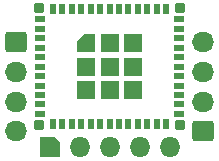
<source format=gbr>
%TF.GenerationSoftware,KiCad,Pcbnew,(6.0.5-0)*%
%TF.CreationDate,2022-06-27T09:39:38+01:00*%
%TF.ProjectId,M125,4d313235-2e6b-4696-9361-645f70636258,1*%
%TF.SameCoordinates,Original*%
%TF.FileFunction,Soldermask,Top*%
%TF.FilePolarity,Negative*%
%FSLAX46Y46*%
G04 Gerber Fmt 4.6, Leading zero omitted, Abs format (unit mm)*
G04 Created by KiCad (PCBNEW (6.0.5-0)) date 2022-06-27 09:39:38*
%MOMM*%
%LPD*%
G01*
G04 APERTURE LIST*
G04 Aperture macros list*
%AMRoundRect*
0 Rectangle with rounded corners*
0 $1 Rounding radius*
0 $2 $3 $4 $5 $6 $7 $8 $9 X,Y pos of 4 corners*
0 Add a 4 corners polygon primitive as box body*
4,1,4,$2,$3,$4,$5,$6,$7,$8,$9,$2,$3,0*
0 Add four circle primitives for the rounded corners*
1,1,$1+$1,$2,$3*
1,1,$1+$1,$4,$5*
1,1,$1+$1,$6,$7*
1,1,$1+$1,$8,$9*
0 Add four rect primitives between the rounded corners*
20,1,$1+$1,$2,$3,$4,$5,0*
20,1,$1+$1,$4,$5,$6,$7,0*
20,1,$1+$1,$6,$7,$8,$9,0*
20,1,$1+$1,$8,$9,$2,$3,0*%
%AMFreePoly0*
4,1,14,0.732071,0.732071,0.735000,0.725000,0.735000,-0.725000,0.732071,-0.732071,0.725000,-0.735000,-0.725000,-0.735000,-0.732071,-0.732071,-0.735000,-0.725000,-0.735000,0.130500,-0.732071,0.137571,-0.137571,0.732071,-0.130500,0.735000,0.725000,0.735000,0.732071,0.732071,0.732071,0.732071,$1*%
%AMFreePoly1*
4,1,14,0.857071,0.857071,0.860000,0.850000,0.860000,-0.850000,0.857071,-0.857071,0.850000,-0.860000,-0.340000,-0.860000,-0.347071,-0.857071,-0.857071,-0.347071,-0.860000,-0.340000,-0.860000,0.850000,-0.857071,0.857071,-0.850000,0.860000,0.850000,0.860000,0.857071,0.857071,0.857071,0.857071,$1*%
G04 Aperture macros list end*
%ADD10RoundRect,0.010000X-0.400000X-0.200000X0.400000X-0.200000X0.400000X0.200000X-0.400000X0.200000X0*%
%ADD11RoundRect,0.010000X-0.200000X-0.400000X0.200000X-0.400000X0.200000X0.400000X-0.200000X0.400000X0*%
%ADD12RoundRect,0.010000X-0.725000X-0.725000X0.725000X-0.725000X0.725000X0.725000X-0.725000X0.725000X0*%
%ADD13FreePoly0,0.000000*%
%ADD14RoundRect,0.010000X-0.350000X-0.350000X0.350000X-0.350000X0.350000X0.350000X-0.350000X0.350000X0*%
%ADD15RoundRect,0.260000X-0.675000X0.600000X-0.675000X-0.600000X0.675000X-0.600000X0.675000X0.600000X0*%
%ADD16O,1.870000X1.720000*%
%ADD17RoundRect,0.260000X0.675000X-0.600000X0.675000X0.600000X-0.675000X0.600000X-0.675000X-0.600000X0*%
%ADD18FreePoly1,180.000000*%
%ADD19O,1.720000X1.720000*%
G04 APERTURE END LIST*
D10*
%TO.C,U1*%
X94100000Y-40193250D03*
X94100000Y-40993250D03*
X94100000Y-41793250D03*
X94100000Y-42593250D03*
X94100000Y-43393250D03*
X94100000Y-44193250D03*
X94100000Y-44993250D03*
X94100000Y-45793250D03*
X94100000Y-46593250D03*
X94100000Y-47393250D03*
X94100000Y-48193250D03*
D11*
X95200000Y-49093250D03*
X96000000Y-49093250D03*
X96800000Y-49093250D03*
X97600000Y-49093250D03*
X98400000Y-49093250D03*
X99200000Y-49093250D03*
X100000000Y-49093250D03*
X100800000Y-49093250D03*
X101600000Y-49093250D03*
X102400000Y-49093250D03*
X103200000Y-49093250D03*
X104000000Y-49093250D03*
X104800000Y-49093250D03*
D10*
X105900000Y-48193250D03*
X105900000Y-47393250D03*
X105900000Y-46593250D03*
X105900000Y-45793250D03*
X105900000Y-44993250D03*
X105900000Y-44193250D03*
X105900000Y-43393250D03*
X105900000Y-42593250D03*
X105900000Y-41793250D03*
X105900000Y-40993250D03*
X105900000Y-40193250D03*
D11*
X104800000Y-39293250D03*
X104000000Y-39293250D03*
X103200000Y-39293250D03*
X102400000Y-39293250D03*
X101600000Y-39293250D03*
X100800000Y-39293250D03*
X100000000Y-39293250D03*
X99200000Y-39293250D03*
X98400000Y-39293250D03*
X97600000Y-39293250D03*
X96800000Y-39293250D03*
X96000000Y-39293250D03*
X95200000Y-39293250D03*
D12*
X101975000Y-42218250D03*
X100000000Y-44193250D03*
X100000000Y-46168250D03*
D13*
X98025000Y-42218250D03*
D12*
X101975000Y-44193250D03*
X101975000Y-46168250D03*
X98025000Y-46168250D03*
X98025000Y-44193250D03*
X100000000Y-42218250D03*
D14*
X105950000Y-39243250D03*
X105950000Y-49143250D03*
X94050000Y-49143250D03*
X94050000Y-39243250D03*
%TD*%
D15*
%TO.C,J1*%
X92100000Y-42150000D03*
D16*
X92100000Y-44650000D03*
X92100000Y-47150000D03*
X92100000Y-49650000D03*
%TD*%
D17*
%TO.C,J2*%
X107900000Y-49650000D03*
D16*
X107900000Y-47150000D03*
X107900000Y-44650000D03*
X107900000Y-42150000D03*
%TD*%
D18*
%TO.C,J3*%
X94920000Y-51000000D03*
D19*
X97460000Y-51000000D03*
X100000000Y-51000000D03*
X102540000Y-51000000D03*
X105080000Y-51000000D03*
%TD*%
M02*

</source>
